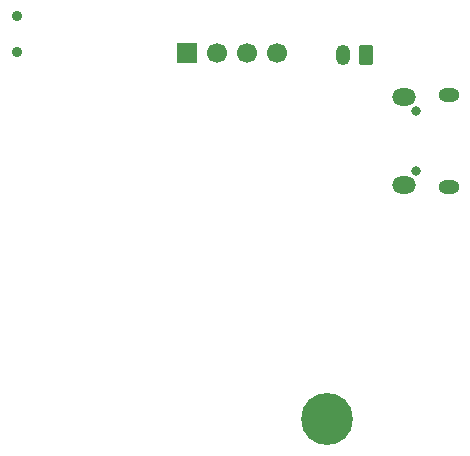
<source format=gbr>
%TF.GenerationSoftware,KiCad,Pcbnew,9.0.2*%
%TF.CreationDate,2025-09-05T22:55:57-04:00*%
%TF.ProjectId,GPSWatch,47505357-6174-4636-982e-6b696361645f,rev?*%
%TF.SameCoordinates,Original*%
%TF.FileFunction,Soldermask,Bot*%
%TF.FilePolarity,Negative*%
%FSLAX46Y46*%
G04 Gerber Fmt 4.6, Leading zero omitted, Abs format (unit mm)*
G04 Created by KiCad (PCBNEW 9.0.2) date 2025-09-05 22:55:57*
%MOMM*%
%LPD*%
G01*
G04 APERTURE LIST*
G04 Aperture macros list*
%AMRoundRect*
0 Rectangle with rounded corners*
0 $1 Rounding radius*
0 $2 $3 $4 $5 $6 $7 $8 $9 X,Y pos of 4 corners*
0 Add a 4 corners polygon primitive as box body*
4,1,4,$2,$3,$4,$5,$6,$7,$8,$9,$2,$3,0*
0 Add four circle primitives for the rounded corners*
1,1,$1+$1,$2,$3*
1,1,$1+$1,$4,$5*
1,1,$1+$1,$6,$7*
1,1,$1+$1,$8,$9*
0 Add four rect primitives between the rounded corners*
20,1,$1+$1,$2,$3,$4,$5,0*
20,1,$1+$1,$4,$5,$6,$7,0*
20,1,$1+$1,$6,$7,$8,$9,0*
20,1,$1+$1,$8,$9,$2,$3,0*%
G04 Aperture macros list end*
%ADD10O,0.800000X0.800000*%
%ADD11O,1.800000X1.150000*%
%ADD12O,2.000000X1.450000*%
%ADD13R,1.700000X1.700000*%
%ADD14C,1.700000*%
%ADD15C,4.400000*%
%ADD16C,0.900000*%
%ADD17RoundRect,0.250000X0.350000X0.625000X-0.350000X0.625000X-0.350000X-0.625000X0.350000X-0.625000X0*%
%ADD18O,1.200000X1.750000*%
G04 APERTURE END LIST*
D10*
%TO.C,J1*%
X170925000Y-109650000D03*
X170925000Y-104650000D03*
D11*
X173675000Y-111025000D03*
D12*
X169875000Y-110875000D03*
X169875000Y-103425000D03*
D11*
X173675000Y-103275000D03*
%TD*%
D13*
%TO.C,J5*%
X151515000Y-99700000D03*
D14*
X154055000Y-99700000D03*
X156595000Y-99700000D03*
X159135000Y-99700000D03*
%TD*%
D15*
%TO.C,H1*%
X163400000Y-130700000D03*
%TD*%
D16*
%TO.C,SW2*%
X137075000Y-96600000D03*
X137075000Y-99600000D03*
%TD*%
D17*
%TO.C,J2*%
X166675000Y-99875000D03*
D18*
X164675000Y-99875000D03*
%TD*%
M02*

</source>
